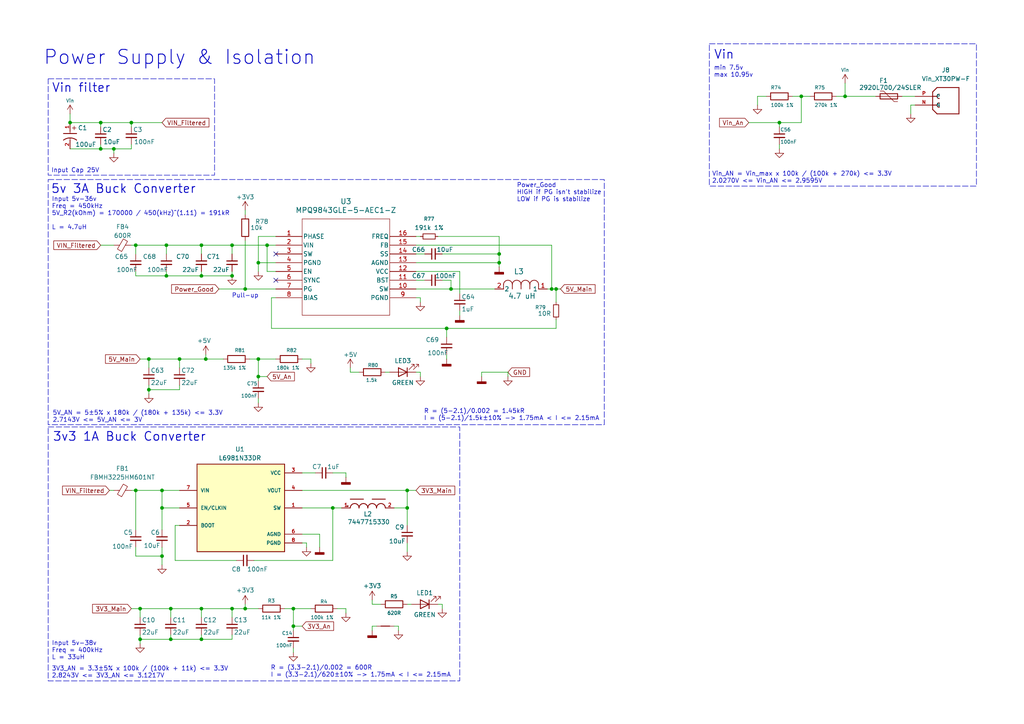
<source format=kicad_sch>
(kicad_sch (version 20250114) (generator "eeschema") (generator_version "9.0")
  (paper "A4")
  (lib_symbols
    (symbol "+3V3_1" (power) (pin_numbers (hide yes)) (pin_names (offset 0) (hide yes))
      (property "Value" "+3V3" (at 0 3.556 0))
      (symbol "+3V3_1_1_1"
        (pin power_in line (at 0 0 90) (length 0) (name "~") (number "1"))
      )
    )
    (symbol "Device:C_Small" (pin_numbers (hide yes)) (pin_names (offset 0.254) (hide yes))
      (property "Reference" "C" (at 0.254 1.778 0))
      (property "Value" "C_Small" (at 0.254 -2.032 0))
      (symbol "C_Small_1_1"
        (pin passive line (at 0 2.54 270) (length 2.032) (name "~") (number "1"))
        (pin passive line (at 0 -2.54 90) (length 2.032) (name "~") (number "2"))
      )
    )
    (symbol "Device:FerriteBead_Small" (pin_numbers (hide yes)) (pin_names (offset 0))
      (property "Reference" "FB" (at 1.905 1.27 0))
      (property "Value" "FerriteBead_Small" (at 1.905 -1.27 0))
      (symbol "FerriteBead_Small_1_1"
        (pin passive line (at 0 2.54 270) (length 1.27) (name "~") (number "1"))
        (pin passive line (at 0 -2.54 90) (length 1.27) (name "~") (number "2"))
      )
    )
    (symbol "Device:LED" (pin_numbers (hide yes)) (pin_names (offset 1.016) (hide yes))
      (property "Reference" "D" (at 0 2.54 0))
      (property "Value" "LED" (at 0 -2.54 0))
      (symbol "LED_1_1"
        (pin passive line (at -3.81 0 0) (length 2.54) (name "K") (number "1"))
        (pin passive line (at 3.81 0 180) (length 2.54) (name "A") (number "2"))
      )
    )
    (symbol "Device:NetTie_2" (pin_numbers (hide yes)) (pin_names (offset 0) (hide yes)) (in_bom no)
      (property "Reference" "NT" (at 0 1.27 0))
      (property "Value" "NetTie_2" (at 0 -1.27 0))
      (symbol "NetTie_2_1_1"
        (pin passive line (at -2.54 0 0) (length 2.54) (name "1") (number "1"))
        (pin passive line (at 2.54 0 180) (length 2.54) (name "2") (number "2"))
      )
    )
    (symbol "Device:Polyfuse" (pin_numbers (hide yes)) (pin_names (offset 0))
      (property "Reference" "F" (at -2.54 0 90))
      (property "Value" "Polyfuse" (at 2.54 0 90))
      (symbol "Polyfuse_1_1"
        (pin passive line (at 0 3.81 270) (length 1.27) (name "~") (number "1"))
        (pin passive line (at 0 -3.81 90) (length 1.27) (name "~") (number "2"))
      )
    )
    (symbol "Device:R" (pin_numbers (hide yes)) (pin_names (offset 0))
      (property "Reference" "R" (at 2.032 0 90))
      (property "Value" "R" (at 0 0 90))
      (symbol "R_1_1"
        (pin passive line (at 0 3.81 270) (length 1.27) (name "~") (number "1"))
        (pin passive line (at 0 -3.81 90) (length 1.27) (name "~") (number "2"))
      )
    )
    (symbol "Device:R_Small" (pin_numbers (hide yes)) (pin_names (offset 0.254) (hide yes))
      (property "Reference" "R" (at 0 0 90))
      (property "Value" "R_Small" (at 1.778 0 90))
      (symbol "R_Small_1_1"
        (pin passive line (at 0 2.54 270) (length 0.762) (name "~") (number "1"))
        (pin passive line (at 0 -2.54 90) (length 0.762) (name "~") (number "2"))
      )
    )
    (symbol "ODB2:WE-PD_1245" (pin_names (offset 1.016))
      (property "Reference" "L" (at 0 3.81 0))
      (property "Value" "WE-PD_1245" (at 0 -2.54 0))
      (symbol "WE-PD_1245_0_0"
        (pin passive line (at -7.62 0 0) (length 2.54) (name "~") (number "1"))
        (pin passive line (at 7.62 0 180) (length 2.54) (name "~") (number "2"))
      )
    )
    (symbol "PA4342.472NLT_1" (pin_names (offset 0.254))
      (property "Value" "PA4342.472NLT" (at 7.62 4.064 0))
      (symbol "PA4342.472NLT_1_1_1"
        (pin unspecified line (at 0 0 0) (length 2.54) (name "2") (number "2"))
        (pin unspecified line (at 15.24 0 180) (length 2.54) (name "1") (number "1"))
      )
      (symbol "PA4342.472NLT_1_1_2"
        (pin unspecified line (at 0 15.24 270) (length 2.54) (name "1") (number "1"))
        (pin unspecified line (at 0 0 90) (length 2.54) (name "2") (number "2"))
      )
    )
    (symbol "PCB_GSE:L6981N33DR" (pin_names (offset 1.016))
      (property "Reference" "U" (at -0.762 16.764 0))
      (property "Value" "L6981N33DR" (at -6.35 13.208 0))
      (symbol "L6981N33DR_0_0"
        (pin power_in line (at -17.78 5.08 0) (length 5.08) (name "VIN") (number "7"))
        (pin input line (at -17.78 0 0) (length 5.08) (name "EN/CLKIN") (number "5"))
        (pin passive line (at -17.78 -5.08 0) (length 5.08) (name "BOOT") (number "2"))
        (pin power_in line (at 17.78 10.16 180) (length 5.08) (name "VCC") (number "3"))
        (pin power_in line (at 17.78 5.08 180) (length 5.08) (name "VOUT") (number "4"))
        (pin output line (at 17.78 0 180) (length 5.08) (name "SW") (number "1"))
        (pin power_in line (at 17.78 -7.62 180) (length 5.08) (name "AGND") (number "6"))
        (pin power_in line (at 17.78 -10.16 180) (length 5.08) (name "PGND") (number "8"))
      )
    )
    (symbol "PCB_GSE:MPQ9843GLE-5-AEC1-Z" (pin_names (offset 0.254))
      (property "Reference" "U" (at 20.32 10.16 0))
      (property "Value" "MPQ9843GLE-5-AEC1-Z" (at 20.32 7.62 0))
      (symbol "MPQ9843GLE-5-AEC1-Z_0_1"
        (pin unspecified line (at 0 0 0) (length 7.62) (name "PHASE") (number "1"))
        (pin power_in line (at 0 -2.54 0) (length 7.62) (name "VIN") (number "2"))
        (pin output line (at 0 -5.08 0) (length 7.62) (name "SW") (number "3"))
        (pin power_in line (at 0 -7.62 0) (length 7.62) (name "PGND") (number "4"))
        (pin unspecified line (at 0 -10.16 0) (length 7.62) (name "EN") (number "5"))
        (pin unspecified line (at 0 -12.7 0) (length 7.62) (name "SYNC") (number "6"))
        (pin output line (at 0 -15.24 0) (length 7.62) (name "PG") (number "7"))
        (pin input line (at 0 -17.78 0) (length 7.62) (name "BIAS") (number "8"))
        (pin unspecified line (at 40.64 0 180) (length 7.62) (name "FREQ") (number "16"))
        (pin input line (at 40.64 -2.54 180) (length 7.62) (name "FB") (number "15"))
        (pin input line (at 40.64 -5.08 180) (length 7.62) (name "SS") (number "14"))
        (pin power_out line (at 40.64 -7.62 180) (length 7.62) (name "AGND") (number "13"))
        (pin power_in line (at 40.64 -10.16 180) (length 7.62) (name "VCC") (number "12"))
        (pin power_in line (at 40.64 -12.7 180) (length 7.62) (name "BST") (number "11"))
        (pin output line (at 40.64 -15.24 180) (length 7.62) (name "SW") (number "10"))
        (pin power_in line (at 40.64 -17.78 180) (length 7.62) (name "PGND") (number "9"))
      )
    )
    (symbol "PCB_GSE:XT30PW-F" (pin_names (offset 1.016))
      (property "Reference" "J" (at -7.62 3.81 0))
      (property "Value" "XT30PW-F" (at -7.62 -7.62 0))
      (symbol "XT30PW-F_0_0"
        (pin power_in line (at 5.08 0 180) (length 5.08) (name "P") (number "P"))
        (pin power_in line (at 5.08 -2.54 180) (length 5.08) (name "N") (number "N"))
      )
    )
    (symbol "pcb_moteur:WCAP-PSHP_8X8.7" (pin_names (offset 1.016))
      (property "Reference" "C" (at 1.175 3.38 0))
      (property "Value" "WCAP-PSHP_8X8.7" (at 0.915 -5.075 0))
      (symbol "WCAP-PSHP_8X8.7_0_0"
        (text "+" (at 2.54 -1.905 0) (effects (font (size 1.4224 1.4224)) (justify left bottom)))
        (pin passive line (at -2.54 0 0) (length 2.54) (name "~") (number "2"))
        (pin passive line (at 5.08 0 180) (length 2.54) (name "~") (number "1"))
      )
    )
    (symbol "power:+12V" (power) (pin_names (offset 0))
      (property "Value" "+12V" (at 0 3.556 0))
      (symbol "+12V_1_1"
        (pin power_in line (at 0 0 90) (length 0) (hide yes) (name "+12V") (number "1"))
      )
    )
    (symbol "power:+3V3" (power) (pin_numbers (hide yes)) (pin_names (offset 0) (hide yes))
      (property "Value" "+3V3" (at 0 3.556 0))
      (symbol "+3V3_1_1"
        (pin power_in line (at 0 0 90) (length 0) (name "~") (number "1"))
      )
    )
    (symbol "power:+5V" (power) (pin_numbers (hide yes)) (pin_names (offset 0) (hide yes))
      (property "Value" "+5V" (at 0 3.556 0))
      (symbol "+5V_1_1"
        (pin power_in line (at 0 0 90) (length 0) (name "~") (number "1"))
      )
    )
    (symbol "power:GND" (power) (pin_names (offset 0))
      (property "Value" "GND" (at 0 -3.81 0))
      (symbol "GND_1_1"
        (pin power_in line (at 0 0 270) (length 0) (hide yes) (name "GND") (number "1"))
      )
    )
    (symbol "power:GNDD" (power) (pin_numbers (hide yes)) (pin_names (offset 0) (hide yes))
      (property "Value" "GNDD" (at 0 -3.175 0))
      (symbol "GNDD_1_1"
        (pin power_in line (at 0 0 270) (length 0) (name "~") (number "1"))
      )
    )
  )
  (rectangle (start 13.97 123.825) (end 133.35 197.485) (stroke (width 0) (type dash)))
  (rectangle (start 13.97 22.86) (end 62.23 50.8) (stroke (width 0) (type dash)))
  (rectangle (start 205.74 12.7) (end 283.21 53.975) (stroke (width 0) (type dash)))
  (rectangle (start 13.97 52.07) (end 175.26 123.19) (stroke (width 0) (type dash)))
  (text "R = (5-2.1)/0.002 = 1.45kR\nI = (5-2.1)/1.5k±10% -> 1.75mA < I <= 2.15mA" (at 122.936 120.396 0) (effects (font (size 1.27 1.27)) (justify left)))
  (text "Vin\n\n" (at 207.01 14.478 0) (effects (font (size 2.54 2.54) (thickness 0.254) (bold yes)) (justify left top)))
  (text "Input Cap 25V" (at 21.844 49.53 0) (effects (font (size 1.27 1.27))))
  (text "Vin filter" (at 14.986 24.13 0) (effects (font (size 2.54 2.54) (thickness 0.254) (bold yes)) (justify left top)))
  (text "Vin_AN = Vin_max x 100k / (100k + 270k) <= 3.3V\n2.0270V <= Vin_AN <= 2.9595V" (at 206.502 51.562 0) (effects (font (size 1.27 1.27)) (justify left)))
  (text "Power Supply & Isolation" (at 52.07 16.764 0) (effects (font (size 4.064 4.064) (thickness 0.254) (bold yes))))
  (text "Pull-up" (at 71.12 85.852 0) (effects (font (size 1.27 1.27))))
  (text "R = (3.3-2.1)/0.002 = 600R\nI = (3.3-2.1)/620±10% -> 1.75mA < I <= 2.15mA" (at 78.486 194.818 0) (effects (font (size 1.27 1.27)) (justify left)))
  (text "5v 3A Buck Converter" (at 14.732 56.388 0) (effects (font (size 2.54 2.54) (thickness 0.254) (bold yes)) (justify left bottom)))
  (text "Input 5v-36v\nFreq = 450kHz\n5V_R2(kOhm) = 170000 / 450(kHz)^(1.11) = 191kR\n\nL = 4.7uH" (at 14.986 66.802 0) (effects (font (size 1.27 1.27)) (justify left bottom)))
  (text "3v3 1A Buck Converter" (at 15.24 128.27 0) (effects (font (size 2.54 2.54) (thickness 0.254) (bold yes)) (justify left bottom)))
  (text "min 7.5v\nmax 10.95v" (at 207.01 19.05 0) (effects (font (size 1.27 1.27)) (justify left top)))
  (text "5V_AN = 5±5% x 180k / (180k + 135k) <= 3.3V\n2.7143V <= 5V_AN <= 3V" (at 15.24 120.904 0) (effects (font (size 1.27 1.27)) (justify left)))
  (text "Input 5v-38v\nFreq = 400kHz\nL = 33uH" (at 14.986 191.516 0) (effects (font (size 1.27 1.27)) (justify left bottom)))
  (text "3V3_AN = 3.3±5% x 100k / (100k + 11k) <= 3.3V\n2.8243V <= 3V3_AN <= 3.1217V" (at 14.986 195.072 0) (effects (font (size 1.27 1.27)) (justify left)))
  (text "Power_Good\nHIGH if PG isn't stabilize\nLOW if PG is stabilize" (at 149.86 58.674 0) (effects (font (size 1.27 1.27)) (justify left bottom)))
  (junction (at 232.41 27.94))
  (junction (at 43.18 113.03))
  (junction (at 160.02 83.82))
  (junction (at 58.42 71.12))
  (junction (at 144.78 73.66))
  (junction (at 161.29 83.82))
  (junction (at 49.53 185.42))
  (junction (at 58.42 176.53))
  (junction (at 118.11 142.24))
  (junction (at 49.53 176.53))
  (junction (at 74.93 109.22))
  (junction (at 29.21 43.18))
  (junction (at 39.37 142.24))
  (junction (at 46.99 147.32))
  (junction (at 58.42 80.01))
  (junction (at 67.31 71.12))
  (junction (at 118.11 147.32))
  (junction (at 39.37 71.12))
  (junction (at 71.12 83.82))
  (junction (at 48.26 71.12))
  (junction (at 144.78 76.2))
  (junction (at 245.11 27.94))
  (junction (at 43.18 104.14))
  (junction (at 58.42 185.42))
  (junction (at 85.09 176.53))
  (junction (at 74.93 76.2))
  (junction (at 52.07 104.14))
  (junction (at 67.31 176.53))
  (junction (at 77.47 71.12))
  (junction (at 40.64 176.53))
  (junction (at 46.99 142.24))
  (junction (at 85.09 181.61))
  (junction (at 74.93 104.14))
  (junction (at 40.64 185.42))
  (junction (at 130.81 83.82))
  (junction (at 71.12 176.53))
  (junction (at 38.1 35.56))
  (junction (at 20.32 35.56))
  (junction (at 96.52 147.32))
  (junction (at 129.54 95.25))
  (junction (at 29.21 35.56))
  (junction (at 59.69 104.14))
  (junction (at 48.26 80.01))
  (junction (at 33.02 43.18))
  (junction (at 67.31 80.01))
  (junction (at 226.06 35.56))
  (junction (at 46.99 161.29))
  (no_connect (at 80.01 81.28))
  (no_connect (at 80.01 73.66))
  (wire (pts (xy 147.32 107.95) (xy 147.32 109.22)))
  (wire (pts (xy 46.99 147.32) (xy 46.99 153.67)))
  (wire (pts (xy 39.37 158.75) (xy 39.37 161.29)))
  (wire (pts (xy 67.31 179.07) (xy 67.31 176.53)))
  (wire (pts (xy 245.11 24.13) (xy 245.11 27.94)))
  (wire (pts (xy 39.37 71.12) (xy 39.37 73.66)))
  (wire (pts (xy 121.92 86.36) (xy 121.92 87.63)))
  (wire (pts (xy 48.26 71.12) (xy 58.42 71.12)))
  (wire (pts (xy 226.06 43.18) (xy 226.06 41.91)))
  (wire (pts (xy 77.47 71.12) (xy 80.01 71.12)))
  (wire (pts (xy 48.26 80.01) (xy 39.37 80.01)))
  (wire (pts (xy 161.29 95.25) (xy 161.29 92.71)))
  (wire (pts (xy 39.37 142.24) (xy 46.99 142.24)))
  (wire (pts (xy 87.63 137.16) (xy 91.44 137.16)))
  (wire (pts (xy 130.81 81.28) (xy 130.81 83.82)))
  (wire (pts (xy 120.65 68.58) (xy 121.92 68.58)))
  (wire (pts (xy 120.65 71.12) (xy 160.02 71.12)))
  (wire (pts (xy 71.12 60.96) (xy 71.12 62.23)))
  (wire (pts (xy 87.63 157.48) (xy 88.9 157.48)))
  (wire (pts (xy 130.81 83.82) (xy 143.51 83.82)))
  (wire (pts (xy 120.65 81.28) (xy 123.19 81.28)))
  (wire (pts (xy 129.54 95.25) (xy 129.54 97.79)))
  (wire (pts (xy 114.3 181.61) (xy 115.57 181.61)))
  (wire (pts (xy 58.42 78.74) (xy 58.42 80.01)))
  (wire (pts (xy 219.71 27.94) (xy 219.71 30.48)))
  (wire (pts (xy 90.17 176.53) (xy 85.09 176.53)))
  (wire (pts (xy 46.99 142.24) (xy 52.07 142.24)))
  (wire (pts (xy 33.02 43.18) (xy 33.02 44.45)))
  (wire (pts (xy 52.07 111.76) (xy 52.07 113.03)))
  (wire (pts (xy 128.27 73.66) (xy 144.78 73.66)))
  (wire (pts (xy 29.21 41.91) (xy 29.21 43.18)))
  (wire (pts (xy 40.64 176.53) (xy 40.64 179.07)))
  (wire (pts (xy 40.64 104.14) (xy 43.18 104.14)))
  (wire (pts (xy 85.09 176.53) (xy 82.55 176.53)))
  (wire (pts (xy 109.22 181.61) (xy 107.95 181.61)))
  (wire (pts (xy 229.87 27.94) (xy 232.41 27.94)))
  (wire (pts (xy 80.01 104.14) (xy 74.93 104.14)))
  (wire (pts (xy 48.26 71.12) (xy 48.26 73.66)))
  (wire (pts (xy 52.07 104.14) (xy 52.07 106.68)))
  (wire (pts (xy 67.31 73.66) (xy 67.31 71.12)))
  (wire (pts (xy 71.12 176.53) (xy 67.31 176.53)))
  (wire (pts (xy 43.18 113.03) (xy 43.18 114.3)))
  (wire (pts (xy 111.76 107.95) (xy 113.03 107.95)))
  (wire (pts (xy 232.41 35.56) (xy 232.41 27.94)))
  (wire (pts (xy 67.31 185.42) (xy 58.42 185.42)))
  (wire (pts (xy 38.1 35.56) (xy 46.99 35.56)))
  (wire (pts (xy 67.31 71.12) (xy 77.47 71.12)))
  (wire (pts (xy 74.93 110.49) (xy 74.93 109.22)))
  (wire (pts (xy 38.1 71.12) (xy 39.37 71.12)))
  (wire (pts (xy 77.47 78.74) (xy 77.47 71.12)))
  (wire (pts (xy 264.16 30.48) (xy 264.16 33.02)))
  (wire (pts (xy 107.95 173.99) (xy 107.95 175.26)))
  (wire (pts (xy 40.64 176.53) (xy 49.53 176.53)))
  (wire (pts (xy 74.93 68.58) (xy 74.93 76.2)))
  (wire (pts (xy 118.11 147.32) (xy 114.3 147.32)))
  (wire (pts (xy 52.07 147.32) (xy 46.99 147.32)))
  (wire (pts (xy 85.09 181.61) (xy 87.63 181.61)))
  (wire (pts (xy 50.8 152.4) (xy 52.07 152.4)))
  (wire (pts (xy 120.65 73.66) (xy 123.19 73.66)))
  (wire (pts (xy 264.16 30.48) (xy 265.43 30.48)))
  (wire (pts (xy 88.9 157.48) (xy 88.9 158.75)))
  (wire (pts (xy 139.7 107.95) (xy 139.7 109.22)))
  (wire (pts (xy 39.37 161.29) (xy 46.99 161.29)))
  (wire (pts (xy 49.53 184.15) (xy 49.53 185.42)))
  (wire (pts (xy 129.54 102.87) (xy 129.54 104.14)))
  (wire (pts (xy 40.64 185.42) (xy 40.64 186.69)))
  (wire (pts (xy 63.5 83.82) (xy 71.12 83.82)))
  (wire (pts (xy 43.18 104.14) (xy 52.07 104.14)))
  (wire (pts (xy 121.92 107.95) (xy 120.65 107.95)))
  (wire (pts (xy 74.93 109.22) (xy 77.47 109.22)))
  (wire (pts (xy 101.6 106.68) (xy 101.6 107.95)))
  (wire (pts (xy 74.93 76.2) (xy 80.01 76.2)))
  (wire (pts (xy 71.12 83.82) (xy 80.01 83.82)))
  (wire (pts (xy 120.65 86.36) (xy 121.92 86.36)))
  (wire (pts (xy 118.11 142.24) (xy 120.65 142.24)))
  (wire (pts (xy 85.09 182.88) (xy 85.09 181.61)))
  (wire (pts (xy 43.18 104.14) (xy 43.18 106.68)))
  (wire (pts (xy 29.21 36.83) (xy 29.21 35.56)))
  (wire (pts (xy 144.78 77.47) (xy 144.78 76.2)))
  (wire (pts (xy 46.99 158.75) (xy 46.99 161.29)))
  (wire (pts (xy 46.99 147.32) (xy 46.99 142.24)))
  (wire (pts (xy 127 68.58) (xy 144.78 68.58)))
  (wire (pts (xy 80.01 68.58) (xy 74.93 68.58)))
  (wire (pts (xy 50.8 162.56) (xy 68.58 162.56)))
  (wire (pts (xy 242.57 27.94) (xy 245.11 27.94)))
  (wire (pts (xy 78.74 86.36) (xy 80.01 86.36)))
  (wire (pts (xy 38.1 176.53) (xy 40.64 176.53)))
  (wire (pts (xy 49.53 185.42) (xy 40.64 185.42)))
  (wire (pts (xy 222.25 27.94) (xy 219.71 27.94)))
  (wire (pts (xy 139.7 107.95) (xy 147.32 107.95)))
  (wire (pts (xy 78.74 95.25) (xy 129.54 95.25)))
  (wire (pts (xy 40.64 184.15) (xy 40.64 185.42)))
  (wire (pts (xy 20.32 35.56) (xy 29.21 35.56)))
  (wire (pts (xy 90.17 105.41) (xy 90.17 104.14)))
  (wire (pts (xy 160.02 83.82) (xy 161.29 83.82)))
  (wire (pts (xy 87.63 142.24) (xy 118.11 142.24)))
  (wire (pts (xy 96.52 147.32) (xy 87.63 147.32)))
  (wire (pts (xy 20.32 43.18) (xy 29.21 43.18)))
  (wire (pts (xy 120.65 76.2) (xy 144.78 76.2)))
  (wire (pts (xy 39.37 80.01) (xy 39.37 78.74)))
  (wire (pts (xy 80.01 78.74) (xy 77.47 78.74)))
  (wire (pts (xy 46.99 161.29) (xy 46.99 163.83)))
  (wire (pts (xy 107.95 175.26) (xy 110.49 175.26)))
  (wire (pts (xy 50.8 152.4) (xy 50.8 162.56)))
  (wire (pts (xy 128.27 176.53) (xy 128.27 175.26)))
  (wire (pts (xy 226.06 36.83) (xy 226.06 35.56)))
  (wire (pts (xy 121.92 109.22) (xy 121.92 107.95)))
  (wire (pts (xy 67.31 176.53) (xy 58.42 176.53)))
  (wire (pts (xy 133.35 85.09) (xy 133.35 78.74)))
  (wire (pts (xy 52.07 113.03) (xy 43.18 113.03)))
  (wire (pts (xy 58.42 185.42) (xy 49.53 185.42)))
  (wire (pts (xy 38.1 142.24) (xy 39.37 142.24)))
  (wire (pts (xy 87.63 154.94) (xy 92.71 154.94)))
  (wire (pts (xy 118.11 142.24) (xy 118.11 147.32)))
  (wire (pts (xy 144.78 68.58) (xy 144.78 73.66)))
  (wire (pts (xy 39.37 142.24) (xy 39.37 153.67)))
  (wire (pts (xy 67.31 184.15) (xy 67.31 185.42)))
  (wire (pts (xy 58.42 176.53) (xy 58.42 179.07)))
  (wire (pts (xy 74.93 109.22) (xy 74.93 104.14)))
  (wire (pts (xy 217.17 35.56) (xy 226.06 35.56)))
  (wire (pts (xy 118.11 175.26) (xy 119.38 175.26)))
  (wire (pts (xy 33.02 43.18) (xy 38.1 43.18)))
  (wire (pts (xy 128.27 175.26) (xy 127 175.26)))
  (wire (pts (xy 74.93 116.84) (xy 74.93 115.57)))
  (wire (pts (xy 67.31 78.74) (xy 67.31 80.01)))
  (wire (pts (xy 58.42 71.12) (xy 58.42 73.66)))
  (wire (pts (xy 161.29 83.82) (xy 162.56 83.82)))
  (wire (pts (xy 78.74 86.36) (xy 78.74 95.25)))
  (wire (pts (xy 144.78 73.66) (xy 144.78 76.2)))
  (wire (pts (xy 158.75 83.82) (xy 160.02 83.82)))
  (wire (pts (xy 100.33 176.53) (xy 97.79 176.53)))
  (wire (pts (xy 161.29 83.82) (xy 161.29 87.63)))
  (wire (pts (xy 85.09 181.61) (xy 85.09 176.53)))
  (wire (pts (xy 128.27 81.28) (xy 130.81 81.28)))
  (wire (pts (xy 71.12 175.26) (xy 71.12 176.53)))
  (wire (pts (xy 118.11 147.32) (xy 118.11 152.4)))
  (wire (pts (xy 39.37 71.12) (xy 48.26 71.12)))
  (wire (pts (xy 58.42 71.12) (xy 67.31 71.12)))
  (wire (pts (xy 58.42 184.15) (xy 58.42 185.42)))
  (wire (pts (xy 120.65 83.82) (xy 130.81 83.82)))
  (wire (pts (xy 226.06 35.56) (xy 232.41 35.56)))
  (wire (pts (xy 100.33 177.8) (xy 100.33 176.53)))
  (wire (pts (xy 115.57 181.61) (xy 115.57 182.88)))
  (wire (pts (xy 96.52 147.32) (xy 99.06 147.32)))
  (wire (pts (xy 29.21 71.12) (xy 33.02 71.12)))
  (wire (pts (xy 49.53 176.53) (xy 49.53 179.07)))
  (wire (pts (xy 74.93 76.2) (xy 74.93 78.74)))
  (wire (pts (xy 38.1 36.83) (xy 38.1 35.56)))
  (wire (pts (xy 100.33 137.16) (xy 100.33 138.43)))
  (wire (pts (xy 29.21 35.56) (xy 38.1 35.56)))
  (wire (pts (xy 245.11 27.94) (xy 254 27.94)))
  (wire (pts (xy 129.54 95.25) (xy 161.29 95.25)))
  (wire (pts (xy 118.11 157.48) (xy 118.11 160.02)))
  (wire (pts (xy 90.17 104.14) (xy 87.63 104.14)))
  (wire (pts (xy 73.66 162.56) (xy 96.52 162.56)))
  (wire (pts (xy 58.42 80.01) (xy 48.26 80.01)))
  (wire (pts (xy 58.42 176.53) (xy 49.53 176.53)))
  (wire (pts (xy 85.09 189.23) (xy 85.09 187.96)))
  (wire (pts (xy 71.12 69.85) (xy 71.12 83.82)))
  (wire (pts (xy 160.02 71.12) (xy 160.02 83.82)))
  (wire (pts (xy 133.35 91.44) (xy 133.35 90.17)))
  (wire (pts (xy 31.75 142.24) (xy 33.02 142.24)))
  (wire (pts (xy 29.21 43.18) (xy 33.02 43.18)))
  (wire (pts (xy 59.69 102.87) (xy 59.69 104.14)))
  (wire (pts (xy 232.41 27.94) (xy 234.95 27.94)))
  (wire (pts (xy 43.18 111.76) (xy 43.18 113.03)))
  (wire (pts (xy 71.12 176.53) (xy 74.93 176.53)))
  (wire (pts (xy 20.32 33.02) (xy 20.32 35.56)))
  (wire (pts (xy 92.71 154.94) (xy 92.71 158.75)))
  (wire (pts (xy 107.95 181.61) (xy 107.95 182.88)))
  (wire (pts (xy 96.52 137.16) (xy 100.33 137.16)))
  (wire (pts (xy 38.1 41.91) (xy 38.1 43.18)))
  (wire (pts (xy 261.62 27.94) (xy 265.43 27.94)))
  (wire (pts (xy 96.52 162.56) (xy 96.52 147.32)))
  (wire (pts (xy 67.31 80.01) (xy 58.42 80.01)))
  (wire (pts (xy 52.07 104.14) (xy 59.69 104.14)))
  (wire (pts (xy 59.69 104.14) (xy 64.77 104.14)))
  (wire (pts (xy 48.26 78.74) (xy 48.26 80.01)))
  (wire (pts (xy 74.93 104.14) (xy 72.39 104.14)))
  (wire (pts (xy 120.65 78.74) (xy 133.35 78.74)))
  (wire (pts (xy 101.6 107.95) (xy 104.14 107.95)))
  (global_label "5V_Main" (shape input) (at 40.64 104.14 180) (effects (font (thickness 0.1588))) (property "Intersheetrefs" "${INTERSHEET_REFS}" (effects (hide yes))))
  (global_label "Power_Good" (shape input) (at 63.5 83.82 180) (effects (font (thickness 0.1588))) (property "Intersheetrefs" "${INTERSHEET_REFS}" (effects (hide yes))))
  (global_label "5V_An" (shape input) (at 77.47 109.22 0) (property "Intersheetrefs" "${INTERSHEET_REFS}" (effects (hide yes))))
  (global_label "VIN_Filtered" (shape input) (at 46.99 35.56 0) (effects (font (thickness 0.1588))) (property "Intersheetrefs" "${INTERSHEET_REFS}" (effects (hide yes))))
  (global_label "3V3_Main" (shape input) (at 38.1 176.53 180) (effects (font (thickness 0.1588))) (property "Intersheetrefs" "${INTERSHEET_REFS}" (effects (hide yes))))
  (global_label "3V3_An" (shape input) (at 87.63 181.61 0) (property "Intersheetrefs" "${INTERSHEET_REFS}" (effects (hide yes))))
  (global_label "GND" (shape input) (at 147.32 107.95 0) (property "Intersheetrefs" "${INTERSHEET_REFS}" (effects (hide yes))))
  (global_label "VIN_Filtered" (shape input) (at 29.21 71.12 180) (effects (font (thickness 0.1588))) (property "Intersheetrefs" "${INTERSHEET_REFS}" (effects (hide yes))))
  (global_label "VIN_Filtered" (shape input) (at 31.75 142.24 180) (effects (font (thickness 0.1588))) (property "Intersheetrefs" "${INTERSHEET_REFS}" (effects (hide yes))))
  (global_label "5V_Main" (shape input) (at 162.56 83.82 0) (effects (font (thickness 0.1588))) (property "Intersheetrefs" "${INTERSHEET_REFS}" (effects (hide yes))))
  (global_label "Vin_An" (shape input) (at 217.17 35.56 180) (property "Intersheetrefs" "${INTERSHEET_REFS}" (effects (hide yes))))
  (global_label "3V3_Main" (shape input) (at 120.65 142.24 0) (effects (font (thickness 0.1588))) (property "Intersheetrefs" "${INTERSHEET_REFS}" (effects (hide yes))))
  (symbol (lib_id "Device:R") (at 107.95 107.95 270) (mirror x) (unit 1)
    (property "Reference" "R80" (at 109.728 105.918 90) (effects (font (size 1 1)) (justify right)))
    (property "Value" "1.5k" (at 109.474 110.236 90) (effects (font (size 1 1)) (justify right)))
    (property "Footprint" "Resistor_SMD:R_0603_1608Metric" (effects (hide yes)))
    (property "Datasheet" "https://www.digikey.ca/en/products/detail/susumu/URG1608L-152-L-T05/4552646" (effects (hide yes)))
    (property "DigiKey_Part_Number" "408-1766-1-ND" (effects (hide yes)))
    (property "Manufacturer_Part_Number" "URG1608L-152-L-T05" (effects (hide yes)))
  )
  (symbol (lib_id "Device:R") (at 93.98 176.53 270) (mirror x) (unit 1)
    (property "Reference" "R4" (at 94.996 174.498 90) (effects (font (size 1 1)) (justify right)))
    (property "Value" "100k 1%" (at 96.774 179.07 90) (effects (font (size 1 1)) (justify right)))
    (property "Footprint" "Resistor_SMD:R_0805_2012Metric" (effects (hide yes)))
  )
  (symbol (lib_id "power:+5V") (at 101.6 106.68 0) (unit 1)
    (property "Reference" "#PWR0141" (effects (hide yes)))
    (property "Value" "+5V" (at 101.6 102.87 0))
    (property "Description" "Power symbol creates a global label with name \"+5V\"" (effects (hide yes)))
  )
  (symbol (lib_id "power:GND") (at 128.27 176.53 0) (mirror y) (unit 1)
    (property "Reference" "#PWR040" (effects (hide yes)))
    (property "Value" "GND" (effects (hide yes)))
  )
  (symbol (lib_id "power:GND") (at 226.06 43.18 0) (unit 1)
    (property "Reference" "#PWR0102" (effects (hide yes)))
    (property "Value" "GND" (effects (hide yes)))
  )
  (symbol (lib_name "PA4342.472NLT_1") (lib_id "ODB2:PA4342.472NLT") (at 143.51 83.82 0) (unit 1)
    (property "Reference" "L3" (at 150.495 78.74 0) (effects (font (size 1.524 1.524))))
    (property "Value" "4.7 uH" (at 151.384 85.852 0) (effects (font (size 1.524 1.524))))
    (property "Footprint" "ODB:IND_PA4342_PUL" (effects (hide yes)))
    (property "Datasheet" "https://www.digikey.ca/en/products/detail/pulse-electronics/PA4342-472NLT/5436333" (effects (hide yes)))
    (property "Description" "4.7 µH Shielded Molded Inductor 10 A 15.5mOhm Max Nonstandard" (effects (hide yes)))
    (property "Digikey" "553-3001-1-ND" (effects (hide yes)))
    (property "DigiKey_Part_Number" "553-3001-1-ND" (effects (hide yes)))
    (property "Manufacturer_Part_Number" "PA4342.472NLT" (effects (hide yes)))
  )
  (symbol (lib_id "Device:NetTie_2") (at 111.76 181.61 0) (unit 1) (in_bom no)
    (property "Reference" "NT4" (effects (hide yes)))
    (property "Value" "NetTie_2" (effects (hide yes)))
    (property "Footprint" "NetTie:NetTie-4_SMD_Pad0.5mm" (effects (hide yes)))
    (property "Description" "Net tie, 2 pins" (effects (hide yes)))
  )
  (symbol (lib_id "Device:C_Small") (at 49.53 181.61 0) (unit 1)
    (property "Reference" "C11" (at 50.038 179.832 0) (effects (justify left)))
    (property "Value" "22uF" (at 50.038 183.388 0) (effects (justify left)))
    (property "Footprint" "Capacitor_SMD:C_0805_2012Metric" (effects (hide yes)))
    (property "Description" "Unpolarized capacitor, small symbol" (effects (hide yes)))
  )
  (symbol (lib_id "power:GND") (at 118.11 160.02 0) (unit 1)
    (property "Reference" "#PWR0114" (effects (hide yes)))
    (property "Value" "GND" (effects (hide yes)))
  )
  (symbol (lib_id "power:GNDD") (at 144.78 77.47 0) (unit 1)
    (property "Reference" "#PWR06" (effects (hide yes)))
    (property "Value" "AGND5V" (effects (hide yes)))
    (property "Description" "Power symbol creates a global label with name \"GNDD\" , digital ground" (effects (hide yes)))
  )
  (symbol (lib_id "PCB_GSE:XT30PW-F") (at 270.51 27.94 0) (mirror y) (unit 1)
    (property "Reference" "J8" (at 274.32 20.32 0))
    (property "Value" "Vin_XT30PW-F" (at 274.32 22.86 0))
    (property "MF" "amass" (effects (hide yes)))
    (property "MAXIMUM_PACKAGE_HEIGHT" "5 mm" (effects (hide yes)))
    (property "Package" "None" (effects (hide yes)))
    (property "Price" "None" (effects (hide yes)))
    (property "Check_prices" "https://www.snapeda.com/parts/XT30PW-F/AMASS/view-part/?ref=eda" (effects (hide yes)))
    (property "STANDARD" "Manufacturer Recommendations" (effects (hide yes)))
    (property "PARTREV" "1.2" (effects (hide yes)))
    (property "SnapEDA_Link" "https://www.snapeda.com/parts/XT30PW-F/AMASS/view-part/?ref=snap" (effects (hide yes)))
    (property "MP" "XT30PW-F" (effects (hide yes)))
    (property "Description_1" "Socket; DC supply; XT30; female; PIN: 2; on PCBs; THT; yellow; 15A" (effects (hide yes)))
    (property "MANUFACTURER" "Amass" (effects (hide yes)))
    (property "Availability" "In Stock" (effects (hide yes)))
    (property "SNAPEDA_PN" "XT30PW-F" (effects (hide yes)))
  )
  (symbol (lib_name "+3V3_1") (lib_id "power:+3V3") (at 71.12 175.26 0) (unit 1)
    (property "Reference" "#PWR0116" (effects (hide yes)))
    (property "Value" "+3V3" (at 71.12 171.196 0))
    (property "Description" "Power symbol creates a global label with name \"+3V3\"" (effects (hide yes)))
  )
  (symbol (lib_id "power:GND") (at 43.18 114.3 0) (unit 1)
    (property "Reference" "#PWR02" (effects (hide yes)))
    (property "Value" "GND" (effects (hide yes)))
  )
  (symbol (lib_id "Device:R") (at 78.74 176.53 270) (mirror x) (unit 1)
    (property "Reference" "R3" (at 79.756 174.244 90) (effects (font (size 1 1)) (justify right)))
    (property "Value" "11k 1%" (at 81.534 179.07 90) (effects (font (size 1 1)) (justify right)))
    (property "Footprint" "Resistor_SMD:R_0805_2012Metric" (effects (hide yes)))
  )
  (symbol (lib_id "power:GND") (at 40.64 186.69 0) (unit 1)
    (property "Reference" "#PWR0115" (effects (hide yes)))
    (property "Value" "GND" (effects (hide yes)))
  )
  (symbol (lib_id "Device:R_Small") (at 124.46 68.58 90) (unit 1)
    (property "Reference" "R77" (at 124.46 63.5 90) (effects (font (size 1.016 1.016))))
    (property "Value" "191k 1%" (at 124.46 66.04 90))
    (property "Footprint" "Resistor_SMD:R_0603_1608Metric" (effects (hide yes)))
    (property "Datasheet" "https://www.digikey.ca/en/products/detail/panasonic-electronic-components/ERA-3AEB1913V/2026952" (effects (hide yes)))
    (property "Description" "Resistor, small symbol" (effects (hide yes)))
    (property "DigiKey_Part_Number" "P191KDBCT-ND" (effects (hide yes)))
    (property "Manufacturer_Part_Number" "ERA-3AEB1913V" (effects (hide yes)))
  )
  (symbol (lib_id "power:GND") (at 74.93 116.84 0) (mirror y) (unit 1)
    (property "Reference" "#PWR066" (effects (hide yes)))
    (property "Value" "GND" (effects (hide yes)))
  )
  (symbol (lib_id "power:GND") (at 115.57 182.88 0) (unit 1)
    (property "Reference" "#PWR0109" (effects (hide yes)))
    (property "Value" "GND" (effects (hide yes)))
  )
  (symbol (lib_id "Device:LED") (at 123.19 175.26 180) (unit 1)
    (property "Reference" "LED1" (at 123.19 171.958 0))
    (property "Value" "GREEN" (at 123.19 178.308 0))
    (property "Footprint" "pcb_moteur:LED_QBLP601-AG15" (effects (hide yes)))
    (property "Datasheet" "https://www.digikey.ca/en/products/detail/qt-brightek-qtb/QBLP601-AG15/16499667" (effects (hide yes)))
    (property "Description" "Light emitting diode" (effects (hide yes)))
    (property "DigiKey_Part_Number" "1516-QBLP601-AG15CT-ND" (effects (hide yes)))
    (property "Manufacturer_Part_Number" "QBLP601-AG15" (effects (hide yes)))
  )
  (symbol (lib_id "Device:C_Small") (at 46.99 156.21 0) (unit 1)
    (property "Reference" "C6" (at 43.688 154.432 0) (effects (justify left)))
    (property "Value" "10uF" (at 41.656 158.242 0) (effects (justify left)))
    (property "Footprint" "Capacitor_SMD:C_0805_2012Metric" (effects (hide yes)))
    (property "Description" "Unpolarized capacitor, small symbol" (effects (hide yes)))
  )
  (symbol (lib_id "Device:C_Small") (at 93.98 137.16 90) (unit 1)
    (property "Reference" "C7" (at 93.218 135.382 90) (effects (justify left)))
    (property "Value" "1uF" (at 98.552 135.382 90) (effects (justify left)))
    (property "Footprint" "Capacitor_SMD:C_0805_2012Metric" (effects (hide yes)))
    (property "Description" "Unpolarized capacitor, small symbol" (effects (hide yes)))
  )
  (symbol (lib_id "Device:LED") (at 116.84 107.95 180) (unit 1)
    (property "Reference" "LED3" (at 116.84 104.648 0))
    (property "Value" "GREEN" (at 116.84 110.998 0))
    (property "Footprint" "ODB:LED_QBLP601-AG15" (effects (hide yes)))
    (property "Datasheet" "https://www.digikey.ca/en/products/detail/qt-brightek-qtb/QBLP601-AG15/16499667" (effects (hide yes)))
    (property "Description" "Light emitting diode" (effects (hide yes)))
    (property "DigiKey_Part_Number" "1516-QBLP601-AG15CT-ND" (effects (hide yes)))
    (property "Manufacturer_Part_Number" "QBLP601-AG15" (effects (hide yes)))
  )
  (symbol (lib_id "power:+3V3") (at 71.12 60.96 0) (unit 1)
    (property "Reference" "#PWR0105" (effects (hide yes)))
    (property "Value" "+3V3" (at 71.12 57.15 0))
    (property "Description" "Power symbol creates a global label with name \"+3V3\"" (effects (hide yes)))
  )
  (symbol (lib_id "ODB2:WE-PD_1245") (at 106.68 147.32 0) (unit 1)
    (property "Reference" "L2" (at 106.68 149.098 0))
    (property "Value" "7447715330" (at 106.934 151.384 0))
    (property "Footprint" "pcb_moteur:WE-PD_1245" (effects (hide yes)))
    (property "Datasheet" "https://www.we-online.com/components/products/datasheet/7447715330.pdf" (effects (hide yes)))
    (property "DigiKey_Part_Number" "732-2196-1-ND" (effects (hide yes)))
  )
  (symbol (lib_id "Device:C_Small") (at 67.31 76.2 0) (unit 1)
    (property "Reference" "C71" (at 59.944 74.422 0) (effects (justify left)))
    (property "Value" "22uF" (at 61.722 78.232 0) (effects (justify left)))
    (property "Footprint" "Capacitor_SMD:C_0805_2012Metric" (effects (hide yes)))
    (property "Datasheet" "https://www.digikey.ca/en/products/detail/tdk-corporation/C2012X5R1V226M125AC/3951664" (effects (hide yes)))
    (property "Description" "Unpolarized capacitor, small symbol" (effects (hide yes)))
    (property "DigiKey_Part_Number" "445-14428-1-ND" (effects (hide yes)))
    (property "Manufacturer_Part_Number" "C2012X5R1V226M125AC" (effects (hide yes)))
  )
  (symbol (lib_id "Device:R") (at 114.3 175.26 270) (mirror x) (unit 1)
    (property "Reference" "R5" (at 115.316 172.974 90) (effects (font (size 1 1)) (justify right)))
    (property "Value" "620R" (at 116.332 177.8 90) (effects (font (size 1 1)) (justify right)))
    (property "Footprint" "Resistor_SMD:R_0805_2012Metric" (effects (hide yes)))
  )
  (symbol (lib_id "power:GND") (at 147.32 109.22 0) (unit 1)
    (property "Reference" "#PWR097" (effects (hide yes)))
    (property "Value" "GND" (effects (hide yes)))
  )
  (symbol (lib_id "power:GNDD") (at 92.71 158.75 0) (unit 1)
    (property "Reference" "#PWR0112" (effects (hide yes)))
    (property "Value" "AGND3V3" (effects (hide yes)))
    (property "Description" "Power symbol creates a global label with name \"GNDD\" , digital ground" (effects (hide yes)))
  )
  (symbol (lib_id "power:GND") (at 264.16 33.02 0) (unit 1)
    (property "Reference" "#PWR032" (effects (hide yes)))
    (property "Value" "GND" (effects (hide yes)))
  )
  (symbol (lib_id "power:GND") (at 88.9 158.75 0) (unit 1)
    (property "Reference" "#PWR0111" (effects (hide yes)))
    (property "Value" "GND" (effects (hide yes)))
  )
  (symbol (lib_id "power:GND") (at 85.09 189.23 0) (mirror y) (unit 1)
    (property "Reference" "#PWR0124" (effects (hide yes)))
    (property "Value" "GND" (effects (hide yes)))
  )
  (symbol (lib_id "power:GNDD") (at 139.7 109.22 0) (unit 1)
    (property "Reference" "#PWR05" (effects (hide yes)))
    (property "Value" "AGND5V" (effects (hide yes)))
    (property "Description" "Power symbol creates a global label with name \"GNDD\" , digital ground" (effects (hide yes)))
  )
  (symbol (lib_id "Device:C_Small") (at 52.07 109.22 0) (unit 1)
    (property "Reference" "C72" (at 52.578 107.442 0) (effects (justify left)))
    (property "Value" "22uF" (at 52.578 110.998 0) (effects (justify left)))
    (property "Footprint" "Capacitor_SMD:C_0805_2012Metric" (effects (hide yes)))
    (property "Datasheet" "https://www.digikey.ca/en/products/detail/tdk-corporation/C2012X5R1V226M125AC/3951664" (effects (hide yes)))
    (property "Description" "Unpolarized capacitor, small symbol" (effects (hide yes)))
    (property "DigiKey_Part_Number" "445-14428-1-ND" (effects (hide yes)))
    (property "Manufacturer_Part_Number" "C2012X5R1V226M125AC" (effects (hide yes)))
  )
  (symbol (lib_id "Device:C_Small") (at 48.26 76.2 0) (unit 1)
    (property "Reference" "C68" (at 41.402 74.422 0) (effects (justify left)))
    (property "Value" "100nF" (at 42.672 78.232 0) (effects (justify left)))
    (property "Footprint" "ODB:C_0402_1005Metric" (effects (hide yes)))
    (property "Datasheet" "https://www.digikey.ca/en/products/detail/yageo/CC0402KRX5R9BB104/5883338" (effects (hide yes)))
    (property "Description" "Unpolarized capacitor, small symbol" (effects (hide yes)))
    (property "DigiKey_Part_Number" "311-3342-1-ND" (effects (hide yes)))
    (property "Manufacturer_Part_Number" "CC0402KRX5R9BB104" (effects (hide yes)))
  )
  (symbol (lib_id "power:GND") (at 67.31 80.01 0) (unit 1)
    (property "Reference" "#PWR095" (effects (hide yes)))
    (property "Value" "GND" (effects (hide yes)))
  )
  (symbol (lib_id "Device:C_Small") (at 39.37 76.2 0) (unit 1)
    (property "Reference" "C65" (at 33.274 74.422 0) (effects (justify left)))
    (property "Value" "100nF" (at 33.782 78.232 0) (effects (justify left)))
    (property "Footprint" "ODB:C_0402_1005Metric" (effects (hide yes)))
    (property "Datasheet" "https://www.digikey.ca/en/products/detail/yageo/CC0402KRX5R9BB104/5883338" (effects (hide yes)))
    (property "Description" "Unpolarized capacitor, small symbol" (effects (hide yes)))
    (property "DigiKey_Part_Number" "311-3342-1-ND" (effects (hide yes)))
    (property "Manufacturer_Part_Number" "CC0402KRX5R9BB104" (effects (hide yes)))
  )
  (symbol (lib_id "power:GNDD") (at 107.95 182.88 0) (unit 1)
    (property "Reference" "#PWR0107" (effects (hide yes)))
    (property "Value" "AGND3V3" (effects (hide yes)))
    (property "Description" "Power symbol creates a global label with name \"GNDD\" , digital ground" (effects (hide yes)))
  )
  (symbol (lib_id "power:GND") (at 219.71 30.48 0) (unit 1)
    (property "Reference" "#PWR06" (effects (hide yes)))
    (property "Value" "GND" (effects (hide yes)))
  )
  (symbol (lib_id "Device:C_Small") (at 43.18 109.22 0) (unit 1)
    (property "Reference" "C63" (at 43.688 107.442 0) (effects (justify left)))
    (property "Value" "22uF" (at 43.688 110.998 0) (effects (justify left)))
    (property "Footprint" "Capacitor_SMD:C_0805_2012Metric" (effects (hide yes)))
    (property "Datasheet" "https://www.digikey.ca/en/products/detail/tdk-corporation/C2012X5R1V226M125AC/3951664" (effects (hide yes)))
    (property "Description" "Unpolarized capacitor, small symbol" (effects (hide yes)))
    (property "DigiKey_Part_Number" "445-14428-1-ND" (effects (hide yes)))
    (property "Manufacturer_Part_Number" "C2012X5R1V226M125AC" (effects (hide yes)))
  )
  (symbol (lib_id "power:GND") (at 33.02 44.45 0) (unit 1)
    (property "Reference" "#PWR034" (effects (hide yes)))
    (property "Value" "GND" (effects (hide yes)))
  )
  (symbol (lib_id "power:GND") (at 121.92 109.22 0) (mirror y) (unit 1)
    (property "Reference" "#PWR0142" (effects (hide yes)))
    (property "Value" "GND" (effects (hide yes)))
  )
  (symbol (lib_id "power:+5V") (at 59.69 102.87 0) (unit 1)
    (property "Reference" "#PWR03" (effects (hide yes)))
    (property "Value" "+5V" (at 59.182 98.806 0))
    (property "Description" "Power symbol creates a global label with name \"+5V\"" (effects (hide yes)))
  )
  (symbol (lib_id "Device:C_Small") (at 129.54 100.33 0) (unit 1)
    (property "Reference" "C69" (at 123.444 98.552 0) (effects (justify left)))
    (property "Value" "100nF" (at 123.952 102.362 0) (effects (justify left)))
    (property "Footprint" "ODB:C_0402_1005Metric" (effects (hide yes)))
    (property "Datasheet" "https://www.digikey.ca/en/products/detail/yageo/CC0402KRX5R9BB104/5883338" (effects (hide yes)))
    (property "Description" "Unpolarized capacitor, small symbol" (effects (hide yes)))
    (property "DigiKey_Part_Number" "311-3342-1-ND" (effects (hide yes)))
    (property "Manufacturer_Part_Number" "CC0402KRX5R9BB104" (effects (hide yes)))
  )
  (symbol (lib_id "Device:R") (at 226.06 27.94 90) (unit 1)
    (property "Reference" "R74" (at 223.52 25.4 90) (effects (font (size 1 1)) (justify right)))
    (property "Value" "100k 1%" (at 223.52 30.48 90) (effects (font (size 1 1)) (justify right)))
    (property "Footprint" "Resistor_SMD:R_0603_1608Metric" (effects (hide yes)))
    (property "Datasheet" "https://www.digikey.ca/en/products/detail/susumu/RG1608P-273-B-T5/1240540" (effects (hide yes)))
    (property "DigiKey_Part_Number" "RG16P27.0KBCT-ND" (effects (hide yes)))
    (property "Manufacturer_Part_Number" "RG1608P-273-B-T5" (effects (hide yes)))
  )
  (symbol (lib_id "Device:C_Small") (at 40.64 181.61 0) (unit 1)
    (property "Reference" "C10" (at 41.148 179.832 0) (effects (justify left)))
    (property "Value" "22uF" (at 41.148 183.388 0) (effects (justify left)))
    (property "Footprint" "Capacitor_SMD:C_0805_2012Metric" (effects (hide yes)))
    (property "Description" "Unpolarized capacitor, small symbol" (effects (hide yes)))
  )
  (symbol (lib_id "Device:Polyfuse") (at 257.81 27.94 90) (mirror x) (unit 1)
    (property "Reference" "F1" (at 255.016 23.368 90) (effects (justify right)))
    (property "Value" "2920L700/24SLER" (at 249.174 25.4 90) (effects (justify right)))
    (property "Footprint" "Fuse:Fuse_2920_7451Metric" (effects (hide yes)))
    (property "Datasheet" "https://www.digikey.ca/en/products/detail/littelfuse-inc/2920L700-24SLER/12807015" (effects (hide yes)))
    (property "Description" "Resettable fuse" (effects (hide yes)))
    (property "DigiKey_Part_Number" "18-2920L700/24SLERCT-ND" (effects (hide yes)))
    (property "Manufacturer_Part_Number" "2920L700/24SLER" (effects (hide yes)))
  )
  (symbol (lib_id "Device:R") (at 71.12 66.04 0) (unit 1)
    (property "Reference" "R78" (at 75.946 64.262 0))
    (property "Value" "10k" (at 74.422 66.04 0))
    (property "Footprint" "Resistor_SMD:R_0603_1608Metric" (effects (hide yes)))
    (property "Datasheet" "https://www.digikey.ca/en/products/detail/yageo/RC0603FR-0710KL/726880" (effects (hide yes)))
    (property "Description" "Resistor" (effects (hide yes)))
    (property "DigiKey_Part_Number" "311-10.0KHRCT-ND" (effects (hide yes)))
    (property "Manufacturer_Part_Number" "RC0603FR-0710KL" (effects (hide yes)))
  )
  (symbol (lib_id "power:GNDD") (at 133.35 91.44 0) (unit 1)
    (property "Reference" "#PWR02" (effects (hide yes)))
    (property "Value" "AGND5V" (effects (hide yes)))
    (property "Description" "Power symbol creates a global label with name \"GNDD\" , digital ground" (effects (hide yes)))
  )
  (symbol (lib_id "PCB_GSE:L6981N33DR") (at 69.85 147.32 0) (unit 1)
    (property "Reference" "U1" (at 69.596 130.302 0))
    (property "Value" "L6981N33DR" (at 69.596 132.842 0))
    (property "Footprint" "L6981N33DR:SOIC127P600X175-8N" (effects (hide yes)))
    (property "PARTREV" "3" (effects (hide yes)))
    (property "STANDARD" "IPC-7351B" (effects (hide yes)))
    (property "MAXIMUM_PACKAGE_HEIGHT" "1.75mm" (effects (hide yes)))
    (property "MANUFACTURER" "ST Microelectronics" (effects (hide yes)))
  )
  (symbol (lib_id "Device:C_Small") (at 74.93 113.03 0) (mirror y) (unit 1)
    (property "Reference" "C75" (at 74.676 111.252 0) (effects (font (size 1 1)) (justify left)))
    (property "Value" "100nF" (at 74.676 114.808 0) (effects (font (size 1 1)) (justify left)))
    (property "Footprint" "ODB:C_0402_1005Metric" (effects (hide yes)))
    (property "Datasheet" "https://www.digikey.ca/en/products/detail/yageo/CC0402KRX5R9BB104/5883338" (effects (hide yes)))
    (property "Description" "Unpolarized capacitor, small symbol" (effects (hide yes)))
    (property "DigiKey_Part_Number" "311-3342-1-ND" (effects (hide yes)))
    (property "Manufacturer_Part_Number" "CC0402KRX5R9BB104" (effects (hide yes)))
  )
  (symbol (lib_id "power:GND") (at 90.17 105.41 0) (mirror y) (unit 1)
    (property "Reference" "#PWR063" (effects (hide yes)))
    (property "Value" "GND" (effects (hide yes)))
  )
  (symbol (lib_id "Device:R") (at 83.82 104.14 270) (mirror x) (unit 1)
    (property "Reference" "R82" (at 86.106 101.6 90) (effects (font (size 1 1)) (justify right)))
    (property "Value" "180k 1%" (at 86.868 106.68 90) (effects (font (size 1 1)) (justify right)))
    (property "Footprint" "Resistor_SMD:R_0603_1608Metric" (effects (hide yes)))
    (property "Datasheet" "https://www.digikey.ca/en/products/detail/panasonic-electronic-components/ERA-3AEB184V/1465908" (effects (hide yes)))
    (property "DigiKey_Part_Number" "P180KDBCT-ND" (effects (hide yes)))
    (property "Manufacturer_Part_Number" "ERA-3AEB184V" (effects (hide yes)))
  )
  (symbol (lib_id "Device:FerriteBead_Small") (at 35.56 71.12 90) (unit 1)
    (property "Reference" "FB4" (at 35.56 65.786 90))
    (property "Value" "600R" (at 35.56 68.326 90))
    (property "Footprint" "Inductor_SMD:L_1210_3225Metric" (effects (hide yes)))
    (property "Datasheet" "https://www.digikey.ca/en/products/detail/taiyo-yuden/FBMH3225HM601NT/957843" (effects (hide yes)))
    (property "Description" "600 Ohms @ 100 MHz 1 Power Line Ferrite Bead 1210 (3225 Metric) 3A 42mOhm" (effects (hide yes)))
    (property "DigiKey_Part_Number" "587-1755-1-ND" (effects (hide yes)))
    (property "Manufacturer_Part_Number" "FBMH3225HM601NT" (effects (hide yes)))
  )
  (symbol (lib_id "power:+12V") (at 20.32 33.02 0) (unit 1)
    (property "Reference" "#PWR08" (effects (hide yes)))
    (property "Value" "Vin" (at 20.32 29.21 0) (effects (font (size 1 1))))
  )
  (symbol (lib_id "pcb_moteur:WCAP-PSHP_8X8.7") (at 20.32 40.64 90) (unit 1)
    (property "Reference" "C1" (at 22.606 37.084 90) (effects (justify right)))
    (property "Value" "100uF" (at 21.844 41.91 90) (effects (justify right)))
    (property "Footprint" "Capacitor_THT:CP_Radial_D6.3mm_P2.50mm" (effects (hide yes)))
  )
  (symbol (lib_id "Device:R") (at 68.58 104.14 270) (mirror x) (unit 1)
    (property "Reference" "R81" (at 71.12 101.6 90) (effects (font (size 1 1)) (justify right)))
    (property "Value" "135k 1%" (at 71.374 106.68 90) (effects (font (size 1 1)) (justify right)))
    (property "Footprint" "Resistor_SMD:R_0603_1608Metric" (effects (hide yes)))
    (property "Datasheet" "https://www.digikey.ca/en/products/detail/yageo/RT0603BRD07135KL/5927893" (effects (hide yes)))
    (property "DigiKey_Part_Number" "13-RT0603BRD07135KLCT-ND" (effects (hide yes)))
    (property "Manufacturer_Part_Number" "RT0603BRD07135KL" (effects (hide yes)))
  )
  (symbol (lib_id "power:GND") (at 100.33 177.8 0) (mirror y) (unit 1)
    (property "Reference" "#PWR0125" (effects (hide yes)))
    (property "Value" "GND" (effects (hide yes)))
  )
  (symbol (lib_id "Device:C_Small") (at 58.42 76.2 0) (unit 1)
    (property "Reference" "C70" (at 51.054 74.422 0) (effects (justify left)))
    (property "Value" "22uF" (at 52.832 78.232 0) (effects (justify left)))
    (property "Footprint" "Capacitor_SMD:C_0805_2012Metric" (effects (hide yes)))
    (property "Datasheet" "https://www.digikey.ca/en/products/detail/tdk-corporation/C2012X5R1V226M125AC/3951664" (effects (hide yes)))
    (property "Description" "Unpolarized capacitor, small symbol" (effects (hide yes)))
    (property "DigiKey_Part_Number" "445-14428-1-ND" (effects (hide yes)))
    (property "Manufacturer_Part_Number" "C2012X5R1V226M125AC" (effects (hide yes)))
  )
  (symbol (lib_id "Device:R") (at 238.76 27.94 90) (unit 1)
    (property "Reference" "R75" (at 236.22 25.4 90) (effects (font (size 1 1)) (justify right)))
    (property "Value" "270k 1%" (at 236.22 30.48 90) (effects (font (size 1 1)) (justify right)))
    (property "Footprint" "Resistor_SMD:R_0603_1608Metric" (effects (hide yes)))
    (property "Datasheet" "https://www.digikey.ca/en/products/detail/panasonic-electronic-components/ERA-3AEB184V/1465908" (effects (hide yes)))
    (property "DigiKey_Part_Number" "P180KDBCT-ND" (effects (hide yes)))
    (property "Manufacturer_Part_Number" "ERA-3AEB184V" (effects (hide yes)))
  )
  (symbol (lib_id "Device:C_Small") (at 85.09 185.42 0) (mirror y) (unit 1)
    (property "Reference" "C14" (at 84.836 183.642 0) (effects (font (size 1 1)) (justify left)))
    (property "Value" "100nF" (at 84.836 187.198 0) (effects (font (size 1 1)) (justify left)))
    (property "Footprint" "Capacitor_SMD:C_0805_2012Metric" (effects (hide yes)))
    (property "Description" "Unpolarized capacitor, small symbol" (effects (hide yes)))
  )
  (symbol (lib_id "Device:C_Small") (at 226.06 39.37 0) (unit 1)
    (property "Reference" "C56" (at 226.314 37.592 0) (effects (font (size 1 1)) (justify left)))
    (property "Value" "100nF" (at 226.314 41.148 0) (effects (font (size 1 1)) (justify left)))
    (property "Footprint" "ODB:C_0402_1005Metric" (effects (hide yes)))
    (property "Datasheet" "https://www.digikey.ca/en/products/detail/yageo/CC0402KRX5R9BB104/5883338" (effects (hide yes)))
    (property "Description" "Unpolarized capacitor, small symbol" (effects (hide yes)))
    (property "DigiKey_Part_Number" "311-3342-1-ND" (effects (hide yes)))
    (property "Manufacturer_Part_Number" "CC0402KRX5R9BB104" (effects (hide yes)))
  )
  (symbol (lib_id "Device:C_Small") (at 118.11 154.94 0) (unit 1)
    (property "Reference" "C9" (at 114.554 152.908 0) (effects (justify left)))
    (property "Value" "10uF" (at 112.776 156.972 0) (effects (justify left)))
    (property "Footprint" "Capacitor_SMD:C_0805_2012Metric" (effects (hide yes)))
    (property "Description" "Unpolarized capacitor, small symbol" (effects (hide yes)))
  )
  (symbol (lib_name "+3V3_1") (lib_id "power:+3V3") (at 107.95 173.99 0) (unit 1)
    (property "Reference" "#PWR038" (effects (hide yes)))
    (property "Value" "+3V3" (at 107.95 169.926 0))
    (property "Description" "Power symbol creates a global label with name \"+3V3\"" (effects (hide yes)))
  )
  (symbol (lib_id "Device:C_Small") (at 29.21 39.37 0) (unit 1)
    (property "Reference" "C2" (at 29.718 37.592 0) (effects (justify left)))
    (property "Value" "10uF" (at 29.972 41.148 0) (effects (justify left)))
    (property "Footprint" "Capacitor_SMD:C_0805_2012Metric" (effects (hide yes)))
    (property "Description" "Unpolarized capacitor, small symbol" (effects (hide yes)))
  )
  (symbol (lib_id "Device:C_Small") (at 125.73 81.28 90) (unit 1)
    (property "Reference" "C67" (at 121.412 80.01 90))
    (property "Value" "100nF" (at 129.286 80.01 90))
    (property "Footprint" "ODB:C_0402_1005Metric" (effects (hide yes)))
    (property "Datasheet" "https://www.digikey.ca/en/products/detail/yageo/CC0402KRX5R9BB104/5883338" (effects (hide yes)))
    (property "Description" "Unpolarized capacitor, small symbol" (effects (hide yes)))
    (property "DigiKey_Part_Number" "311-3342-1-ND" (effects (hide yes)))
    (property "Manufacturer_Part_Number" "CC0402KRX5R9BB104" (effects (hide yes)))
  )
  (symbol (lib_id "Device:C_Small") (at 125.73 73.66 90) (unit 1)
    (property "Reference" "C66" (at 121.412 72.39 90))
    (property "Value" "10uF" (at 129.032 72.39 90))
    (property "Footprint" "Capacitor_SMD:C_0603_1608Metric" (effects (hide yes)))
    (property "Datasheet" "https://www.digikey.ca/en/products/detail/murata-electronics/GRM188R6YA106MA73D/5877411" (effects (hide yes)))
    (property "Description" "Unpolarized capacitor, small symbol" (effects (hide yes)))
    (property "DigiKey_Part_Number" "490-13248-1-ND" (effects (hide yes)))
    (property "Manufacturer_Part_Number" "GRM188R6YA106MA73D" (effects (hide yes)))
  )
  (symbol (lib_id "PCB_GSE:MPQ9843GLE-5-AEC1-Z") (at 80.01 68.58 0) (unit 1)
    (property "Reference" "U3" (at 100.33 58.42 0) (effects (font (size 1.524 1.524))))
    (property "Value" "MPQ9843GLE-5-AEC1-Z" (at 100.33 60.96 0) (effects (font (size 1.524 1.524))))
    (property "Footprint" "Snapeda:QFN-16__MPQ9843" (effects (hide yes)))
    (property "Datasheet" "https://www.digikey.ca/en/products/detail/monolithic-power-systems-inc/MPQ9843GLE-5-AEC1-Z/14645612" (effects (hide yes)))
    (property "Description" "IC REG BUCK 5V 3A 16QFN" (effects (hide yes)))
    (property "Doc" "https://www.monolithicpower.com/en/documentview/productdocument/index/version/2/document_type/Datasheet/lang/en/sku/MPQ9843GL" (effects (hide yes)))
    (property "DigiKey_Part_Number" "1589-MPQ9843GLE-5-AEC1-ZCT-ND" (effects (hide yes)))
    (property "Manufacturer_Part_Number " "MPQ9843GLE-5-AEC1-Z" (effects (hide yes)))
  )
  (symbol (lib_id "power:GND") (at 74.93 78.74 0) (unit 1)
    (property "Reference" "#PWR05" (effects (hide yes)))
    (property "Value" "GND" (effects (hide yes)))
  )
  (symbol (lib_id "power:GNDD") (at 129.54 104.14 0) (unit 1)
    (property "Reference" "#PWR04" (effects (hide yes)))
    (property "Value" "AGND5V" (effects (hide yes)))
    (property "Description" "Power symbol creates a global label with name \"GNDD\" , digital ground" (effects (hide yes)))
  )
  (symbol (lib_id "Device:FerriteBead_Small") (at 35.56 142.24 90) (unit 1)
    (property "Reference" "FB1" (at 35.5219 135.89 90))
    (property "Value" "FBMH3225HM601NT" (at 35.5219 138.43 90))
    (property "Footprint" "Inductor_SMD:L_1210_3225Metric" (effects (hide yes)))
    (property "Description" "Ferrite bead, small symbol" (effects (hide yes)))
  )
  (symbol (lib_id "Device:C_Small") (at 71.12 162.56 90) (unit 1)
    (property "Reference" "C8" (at 69.85 165.1 90) (effects (justify left)))
    (property "Value" "100nF" (at 77.724 165.1 90) (effects (justify left)))
    (property "Footprint" "Capacitor_SMD:C_0805_2012Metric" (effects (hide yes)))
    (property "Description" "Unpolarized capacitor, small symbol" (effects (hide yes)))
  )
  (symbol (lib_id "Device:R_Small") (at 161.29 90.17 0) (unit 1)
    (property "Reference" "R79" (at 155.194 89.154 0) (effects (font (size 1.016 1.016)) (justify left)))
    (property "Value" "10R" (at 155.956 90.932 0) (effects (justify left)))
    (property "Footprint" "ODB:R_0402_1005Metric" (effects (hide yes)))
    (property "Datasheet" "https://www.digikey.ca/en/products/detail/vishay-dale/CRCW040210R0FKED/1177779" (effects (hide yes)))
    (property "Description" "Resistor, small symbol" (effects (hide yes)))
    (property "DigiKey_Part_Number" "541-10.0LCT-ND" (effects (hide yes)))
    (property "Manufacturer_Part_Number" "CRCW040210R0FKED" (effects (hide yes)))
  )
  (symbol (lib_id "Device:C_Small") (at 39.37 156.21 0) (unit 1)
    (property "Reference" "C5" (at 35.814 154.432 0) (effects (justify left)))
    (property "Value" "100nF" (at 32.512 158.496 0) (effects (justify left)))
    (property "Footprint" "Capacitor_SMD:C_0805_2012Metric" (effects (hide yes)))
    (property "Description" "Unpolarized capacitor, small symbol" (effects (hide yes)))
  )
  (symbol (lib_id "Device:C_Small") (at 133.35 87.63 0) (unit 1)
    (property "Reference" "C64" (at 133.858 86.106 0) (effects (justify left)))
    (property "Value" "1uF" (at 133.858 89.662 0) (effects (justify left)))
    (property "Footprint" "Capacitor_SMD:C_0603_1608Metric" (effects (hide yes)))
    (property "Datasheet" "https://www.digikey.ca/en/products/detail/kemet/C0603C105K4RACTU/2199788" (effects (hide yes)))
    (property "Description" "Unpolarized capacitor, small symbol" (effects (hide yes)))
    (property "DigiKey_Part_Number" "399-C0603C105K4RACTUCT-ND" (effects (hide yes)))
    (property "Manufacturer_Part_Number" "C0603C105K4RACTU" (effects (hide yes)))
  )
  (symbol (lib_id "Device:C_Small") (at 38.1 39.37 0) (unit 1)
    (property "Reference" "C3" (at 38.608 37.592 0) (effects (justify left)))
    (property "Value" "100nF" (at 38.862 41.148 0) (effects (justify left)))
    (property "Footprint" "Capacitor_SMD:C_0805_2012Metric" (effects (hide yes)))
    (property "Description" "Unpolarized capacitor, small symbol" (effects (hide yes)))
  )
  (symbol (lib_id "Device:C_Small") (at 58.42 181.61 0) (unit 1)
    (property "Reference" "C12" (at 58.928 179.832 0) (effects (justify left)))
    (property "Value" "22uF" (at 58.928 183.388 0) (effects (justify left)))
    (property "Footprint" "Capacitor_SMD:C_0805_2012Metric" (effects (hide yes)))
    (property "Description" "Unpolarized capacitor, small symbol" (effects (hide yes)))
  )
  (symbol (lib_id "power:GNDD") (at 100.33 138.43 0) (unit 1)
    (property "Reference" "#PWR0110" (effects (hide yes)))
    (property "Value" "AGND3V3" (effects (hide yes)))
    (property "Description" "Power symbol creates a global label with name \"GNDD\" , digital ground" (effects (hide yes)))
  )
  (symbol (lib_id "power:GND") (at 121.92 87.63 0) (unit 1)
    (property "Reference" "#PWR011" (effects (hide yes)))
    (property "Value" "GND" (effects (hide yes)))
  )
  (symbol (lib_id "power:GND") (at 46.99 163.83 0) (unit 1)
    (property "Reference" "#PWR096" (effects (hide yes)))
    (property "Value" "GND" (effects (hide yes)))
  )
  (symbol (lib_id "power:+12V") (at 245.11 24.13 0) (unit 1)
    (property "Reference" "#PWR0127" (effects (hide yes)))
    (property "Value" "Vin" (at 245.11 20.32 0) (effects (font (size 1 1))))
  )
  (symbol (lib_id "Device:C_Small") (at 67.31 181.61 0) (unit 1)
    (property "Reference" "C13" (at 67.818 179.832 0) (effects (justify left)))
    (property "Value" "22uF" (at 67.818 183.388 0) (effects (justify left)))
    (property "Footprint" "Capacitor_SMD:C_0805_2012Metric" (effects (hide yes)))
    (property "Description" "Unpolarized capacitor, small symbol" (effects (hide yes)))
  )
)
</source>
